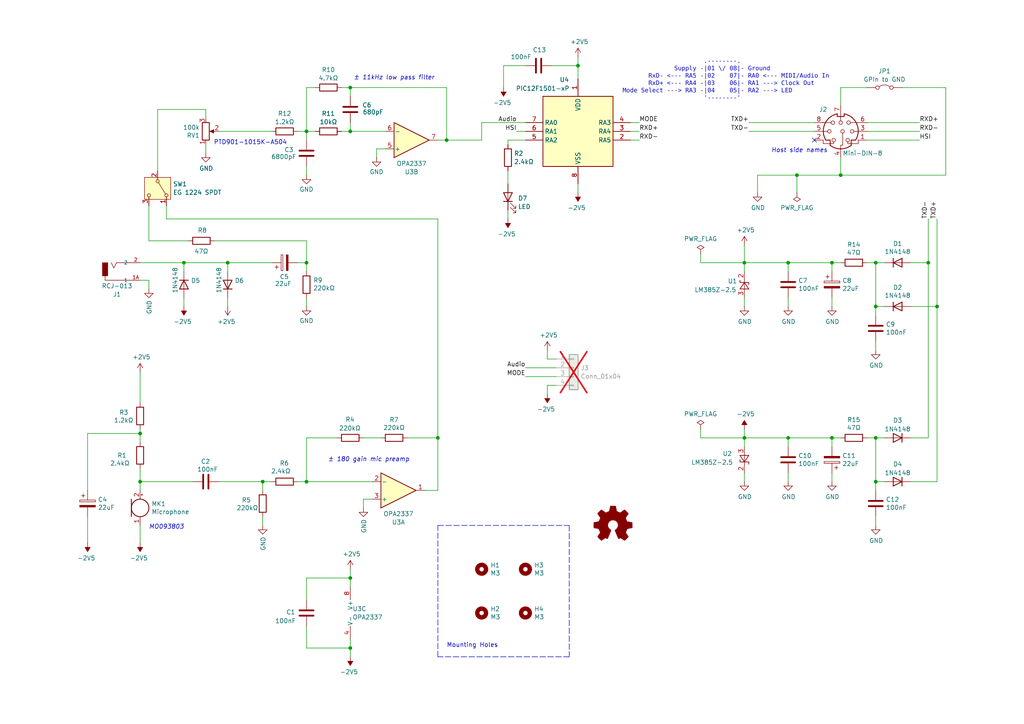
<source format=kicad_sch>
(kicad_sch (version 20231120) (generator "eeschema") (generator_version "8.0")
  (paper "A4")
  (title_block (title "TashRecorder") (date "2024-10-06") (rev "2.1") (company "Lostwave") (comment 1 "https://68kmla.org/bb/index.php?threads/tashrecorder-a-farallon-macrecorder-compatible-clone.47645/#post-534733") (comment 2 "https://github.com/lampmerchant/tashrecorder") (comment 3 "https://tinkerdifferent.com/threads/tashrecorder-a-farallon-macrecorder-compatible-clone.3632/"))
  (lib_symbols
    (symbol "Amplifier_Operational:OPA2134" (pin_names (offset 0.127))
      (property "Reference" "U" (at 0 5.08 0))
      (property "Value" "OPA2134" (at 0 -5.08 0))
      (symbol "OPA2134_1_1"
        (pin output line (at 7.62 0 180) (length 2.54) (name "~") (number "1"))
        (pin input line (at -7.62 -2.54 0) (length 2.54) (name "-") (number "2"))
        (pin input line (at -7.62 2.54 0) (length 2.54) (name "+") (number "3"))
      )
      (symbol "OPA2134_2_1"
        (pin input line (at -7.62 2.54 0) (length 2.54) (name "+") (number "5"))
        (pin input line (at -7.62 -2.54 0) (length 2.54) (name "-") (number "6"))
        (pin output line (at 7.62 0 180) (length 2.54) (name "~") (number "7"))
      )
      (symbol "OPA2134_3_1"
        (pin power_in line (at -2.54 -7.62 90) (length 3.81) (name "V-") (number "4"))
        (pin power_in line (at -2.54 7.62 270) (length 3.81) (name "V+") (number "8"))
      )
    )
    (symbol "CUI_RCJ-013:RCJ-013" (pin_names (offset 1.016))
      (property "Reference" "J" (at -2.54 3.81 0))
      (property "Value" "RCJ-013" (at -2.54 -6.35 0))
      (symbol "RCJ-013_0_0"
        (pin passive line (at 7.62 2.54 180) (length 2.54) (name "1") (number "1A"))
        (pin passive line (at 7.62 -2.54 180) (length 2.54) (name "2") (number "2"))
      )
    )
    (symbol "Connector:Mini-DIN-8" (pin_names (offset 1.016))
      (property "Reference" "J" (at 5.08 5.08 0))
      (property "Value" "Mini-DIN-8" (at 10.668 -5.08 0))
      (symbol "Mini-DIN-8_1_1"
        (pin passive line (at 7.62 -2.54 180) (length 2.54) (name "~") (number "1"))
        (pin passive line (at -7.62 -2.54 0) (length 2.54) (name "~") (number "2"))
        (pin passive line (at 7.62 0 180) (length 2.54) (name "~") (number "3"))
        (pin passive line (at 0 -7.62 90) (length 2.54) (name "~") (number "4"))
        (pin passive line (at -7.62 0 0) (length 2.54) (name "~") (number "5"))
        (pin passive line (at 7.62 2.54 180) (length 2.54) (name "~") (number "6"))
        (pin passive line (at 0 7.62 270) (length 2.54) (name "~") (number "7"))
        (pin passive line (at -7.62 2.54 0) (length 2.54) (name "~") (number "8"))
      )
    )
    (symbol "Connector_Generic:Conn_01x04" (pin_names (offset 1.016) hide)
      (property "Reference" "J" (at 0 5.08 0))
      (property "Value" "Conn_01x04" (at 0 -7.62 0))
      (symbol "Conn_01x04_1_1"
        (pin passive line (at -5.08 2.54 0) (length 3.81) (name "Pin_1") (number "1"))
        (pin passive line (at -5.08 0 0) (length 3.81) (name "Pin_2") (number "2"))
        (pin passive line (at -5.08 -2.54 0) (length 3.81) (name "Pin_3") (number "3"))
        (pin passive line (at -5.08 -5.08 0) (length 3.81) (name "Pin_4") (number "4"))
      )
    )
    (symbol "Device:C" (pin_numbers hide) (pin_names (offset 0.254))
      (property "Reference" "C" (at 0.635 2.54 0))
      (property "Value" "C" (at 0.635 -2.54 0))
      (symbol "C_1_1"
        (pin passive line (at 0 3.81 270) (length 2.794) (name "~") (number "1"))
        (pin passive line (at 0 -3.81 90) (length 2.794) (name "~") (number "2"))
      )
    )
    (symbol "Device:LED" (pin_numbers hide) (pin_names (offset 1.016) hide)
      (property "Reference" "D" (at 0 2.54 0))
      (property "Value" "LED" (at 0 -2.54 0))
      (symbol "LED_1_1"
        (pin passive line (at -3.81 0 0) (length 2.54) (name "K") (number "1"))
        (pin passive line (at 3.81 0 180) (length 2.54) (name "A") (number "2"))
      )
    )
    (symbol "Device:Microphone" (pin_names (offset 0.0254) hide)
      (property "Reference" "MK" (at -3.81 1.27 0))
      (property "Value" "Microphone" (at -3.81 -0.635 0))
      (symbol "Microphone_1_1"
        (pin passive line (at 0 -5.08 90) (length 2.54) (name "-") (number "1"))
        (pin passive line (at 0 5.08 270) (length 2.54) (name "+") (number "2"))
      )
    )
    (symbol "Device:R" (pin_numbers hide) (pin_names (offset 0))
      (property "Reference" "R" (at 2.032 0 90))
      (property "Value" "R" (at 0 0 90))
      (symbol "R_1_1"
        (pin passive line (at 0 3.81 270) (length 1.27) (name "~") (number "1"))
        (pin passive line (at 0 -3.81 90) (length 1.27) (name "~") (number "2"))
      )
    )
    (symbol "Diode:1N4148WS" (pin_numbers hide) (pin_names hide)
      (property "Reference" "D" (at 0 2.54 0))
      (property "Value" "1N4148WS" (at 0 -2.54 0))
      (symbol "1N4148WS_1_1"
        (pin passive line (at -3.81 0 0) (length 2.54) (name "K") (number "1"))
        (pin passive line (at 3.81 0 180) (length 2.54) (name "A") (number "2"))
      )
    )
    (symbol "Graphic:Logo_Open_Hardware_Small" (in_bom no) (on_board no))
    (symbol "Jumper:Jumper_2_Bridged" (pin_numbers hide) (pin_names (offset 0) hide) (exclude_from_sim yes)
      (property "Reference" "JP" (at 0 1.905 0))
      (property "Value" "Jumper_2_Bridged" (at 0 -2.54 0))
      (symbol "Jumper_2_Bridged_1_1"
        (pin passive line (at -5.08 0 0) (length 2.54) (name "A") (number "1"))
        (pin passive line (at 5.08 0 180) (length 2.54) (name "B") (number "2"))
      )
    )
    (symbol "MCU_Microchip_PIC12:PIC12F1501-xP"
      (property "Reference" "U" (at 1.27 13.97 0))
      (property "Value" "PIC12F1501-xP" (at 1.27 11.43 0))
      (symbol "PIC12F1501-xP_1_1"
        (pin power_in line (at 0 15.24 270) (length 5.08) (name "VDD") (number "1"))
        (pin bidirectional line (at 15.24 -2.54 180) (length 5.08) (name "RA5") (number "2"))
        (pin bidirectional line (at 15.24 0 180) (length 5.08) (name "RA4") (number "3"))
        (pin input line (at 15.24 2.54 180) (length 5.08) (name "RA3") (number "4"))
        (pin bidirectional line (at -15.24 -2.54 0) (length 5.08) (name "RA2") (number "5"))
        (pin bidirectional line (at -15.24 0 0) (length 5.08) (name "RA1") (number "6"))
        (pin bidirectional line (at -15.24 2.54 0) (length 5.08) (name "RA0") (number "7"))
        (pin power_in line (at 0 -15.24 90) (length 5.08) (name "VSS") (number "8"))
      )
    )
    (symbol "MacRecorder-rescue:+2V5-power" (power) (pin_names (offset 0))
      (property "Value" "power_+2V5" (at 0 3.556 0))
      (symbol "+2V5-power_1_1"
        (pin power_in line (at 0 0 90) (length 0) hide (name "+2V5") (number "1"))
      )
    )
    (symbol "MacRecorder-rescue:-2V5-power" (power) (pin_names (offset 0))
      (property "Value" "power_-2V5" (at 0 3.81 0))
      (symbol "-2V5-power_0_0"
        (pin power_in line (at 0 0 90) (length 0) hide (name "-2V5") (number "1"))
      )
    )
    (symbol "MacRecorder-rescue:CP-Device" (pin_numbers hide) (pin_names (offset 0.254))
      (property "Reference" "C" (at 0.635 2.54 0))
      (property "Value" "Device_CP" (at 0.635 -2.54 0))
      (symbol "CP-Device_1_1"
        (pin passive line (at 0 3.81 270) (length 2.794) (name "~") (number "1"))
        (pin passive line (at 0 -3.81 90) (length 2.794) (name "~") (number "2"))
      )
    )
    (symbol "MacRecorder-rescue:GND-power" (power) (pin_names (offset 0))
      (property "Value" "power_GND" (at 0 -3.81 0))
      (symbol "GND-power_1_1"
        (pin power_in line (at 0 0 270) (length 0) hide (name "GND") (number "1"))
      )
    )
    (symbol "MacRecorder-rescue:PWR_FLAG-power" (power) (pin_numbers hide) (pin_names (offset 0) hide)
      (property "Value" "power_PWR_FLAG" (at 0 3.81 0))
      (symbol "PWR_FLAG-power_0_0"
        (pin power_out line (at 0 0 90) (length 0) (name "pwr") (number "1"))
      )
    )
    (symbol "MacRecorder-rescue:R_POT-Device" (pin_names (offset 1.016) hide)
      (property "Reference" "RV" (at -4.445 0 90))
      (property "Value" "Device_R_POT" (at -2.54 0 90))
      (symbol "R_POT-Device_1_1"
        (pin passive line (at 0 3.81 270) (length 1.27) (name "1") (number "1"))
        (pin passive line (at 3.81 0 180) (length 1.27) (name "2") (number "2"))
        (pin passive line (at 0 -3.81 90) (length 1.27) (name "3") (number "3"))
      )
    )
    (symbol "Mechanical:MountingHole" (pin_names (offset 1.016)) (exclude_from_sim yes) (in_bom no)
      (property "Reference" "H" (at 0 5.08 0))
      (property "Value" "MountingHole" (at 0 3.175 0))
    )
    (symbol "Reference_Voltage:LM385Z-2.5" (pin_names (offset 0.0254) hide)
      (property "Reference" "U" (at 0 2.54 0))
      (property "Value" "LM385Z-2.5" (at 0 -3.175 0))
      (symbol "LM385Z-2.5_1_1"
        (pin passive line (at 3.81 0 180) (length 2.54) (name "K") (number "2"))
        (pin passive line (at -3.81 0 0) (length 2.54) (name "A") (number "3"))
      )
    )
    (symbol "Switch:SW_SPDT" (pin_names (offset 0) hide)
      (property "Reference" "SW" (at 0 5.08 0))
      (property "Value" "SW_SPDT" (at 0 -5.08 0))
      (symbol "SW_SPDT_1_1"
        (pin passive line (at 5.08 2.54 180) (length 2.54) (name "A") (number "1"))
        (pin passive line (at -5.08 0 0) (length 2.54) (name "B") (number "2"))
        (pin passive line (at 5.08 -2.54 180) (length 2.54) (name "C") (number "3"))
      )
    )
    (symbol "power:GND" (power) (pin_numbers hide) (pin_names (offset 0) hide)
      (property "Value" "GND" (at 0 -3.81 0))
      (symbol "GND_1_1"
        (pin power_in line (at 0 0 270) (length 0) (name "~") (number "1"))
      )
    )
  )
  (junction (at 167.64 19.05))
  (junction (at 53.34 76.2))
  (junction (at 66.04 76.2))
  (junction (at 271.78 88.9))
  (junction (at 228.6 127))
  (junction (at 231.14 50.8))
  (junction (at 254 139.7))
  (junction (at 127 127))
  (junction (at 40.64 139.7))
  (junction (at 101.6 187.96))
  (junction (at 241.3 127))
  (junction (at 88.9 139.7))
  (junction (at 241.3 76.2))
  (junction (at 254 127))
  (junction (at 40.64 125.73))
  (junction (at 101.6 25.4))
  (junction (at 88.9 76.2))
  (junction (at 101.6 167.64))
  (junction (at 243.84 50.8))
  (junction (at 215.9 127))
  (junction (at 101.6 38.1))
  (junction (at 76.2 139.7))
  (junction (at 254 76.2))
  (junction (at 269.24 76.2))
  (junction (at 215.9 76.2))
  (junction (at 88.9 38.1))
  (junction (at 254 88.9))
  (junction (at 228.6 76.2))
  (junction (at 129.54 40.64))
  (no_connect (at 236.22 40.64))
  (wire (pts (xy 228.6 76.2) (xy 215.9 76.2)))
  (wire (pts (xy 228.6 78.74) (xy 228.6 76.2)))
  (wire (pts (xy 251.46 35.56) (xy 266.7 35.56)))
  (wire (pts (xy 53.34 88.9) (xy 53.34 86.36)))
  (wire (pts (xy 147.32 60.96) (xy 147.32 63.5)))
  (wire (pts (xy 152.4 109.22) (xy 161.29 109.22)))
  (wire (pts (xy 228.6 127) (xy 241.3 127)))
  (wire (pts (xy 88.9 173.99) (xy 88.9 167.64)))
  (wire (pts (xy 152.4 106.68) (xy 161.29 106.68)))
  (wire (pts (xy 127 127) (xy 118.11 127)))
  (wire (pts (xy 182.88 40.64) (xy 185.42 40.64)))
  (wire (pts (xy 40.64 76.2) (xy 53.34 76.2)))
  (wire (pts (xy 63.5 139.7) (xy 76.2 139.7)))
  (wire (pts (xy 167.64 53.34) (xy 167.64 55.88)))
  (wire (pts (xy 40.64 152.4) (xy 40.64 157.48)))
  (wire (pts (xy 167.64 16.51) (xy 167.64 19.05)))
  (wire (pts (xy 109.22 43.18) (xy 111.76 43.18)))
  (wire (pts (xy 254 127) (xy 256.54 127)))
  (wire (pts (xy 129.54 40.64) (xy 129.54 25.4)))
  (wire (pts (xy 160.02 19.05) (xy 167.64 19.05)))
  (wire (pts (xy 147.32 40.64) (xy 152.4 40.64)))
  (wire (pts (xy 241.3 78.74) (xy 241.3 76.2)))
  (wire (pts (xy 105.41 147.32) (xy 105.41 144.78)))
  (polyline (pts (xy 165.1 190.5) (xy 127 190.5)) (stroke (width 0) (type dash)))
  (wire (pts (xy 76.2 139.7) (xy 76.2 142.24)))
  (wire (pts (xy 158.75 111.76) (xy 161.29 111.76)))
  (wire (pts (xy 129.54 25.4) (xy 101.6 25.4)))
  (wire (pts (xy 243.84 25.4) (xy 251.46 25.4)))
  (wire (pts (xy 127 142.24) (xy 127 127)))
  (wire (pts (xy 48.26 63.5) (xy 127 63.5)))
  (wire (pts (xy 88.9 38.1) (xy 88.9 40.64)))
  (wire (pts (xy 88.9 139.7) (xy 88.9 127)))
  (wire (pts (xy 129.54 40.64) (xy 139.7 40.64)))
  (wire (pts (xy 182.88 35.56) (xy 185.42 35.56)))
  (wire (pts (xy 101.6 167.64) (xy 101.6 165.1)))
  (wire (pts (xy 109.22 45.72) (xy 109.22 43.18)))
  (wire (pts (xy 215.9 127) (xy 203.2 127)))
  (wire (pts (xy 167.64 19.05) (xy 167.64 22.86)))
  (wire (pts (xy 45.72 49.53) (xy 45.72 31.75)))
  (wire (pts (xy 219.71 50.8) (xy 231.14 50.8)))
  (wire (pts (xy 88.9 139.7) (xy 107.95 139.7)))
  (wire (pts (xy 139.7 40.64) (xy 139.7 35.56)))
  (wire (pts (xy 123.19 142.24) (xy 127 142.24)))
  (wire (pts (xy 88.9 86.36) (xy 88.9 88.9)))
  (wire (pts (xy 99.06 38.1) (xy 101.6 38.1)))
  (wire (pts (xy 217.17 38.1) (xy 236.22 38.1)))
  (wire (pts (xy 251.46 76.2) (xy 254 76.2)))
  (wire (pts (xy 105.41 144.78) (xy 107.95 144.78)))
  (wire (pts (xy 101.6 25.4) (xy 99.06 25.4)))
  (wire (pts (xy 101.6 167.64) (xy 101.6 170.18)))
  (wire (pts (xy 147.32 49.53) (xy 147.32 53.34)))
  (wire (pts (xy 228.6 139.7) (xy 228.6 137.16)))
  (wire (pts (xy 215.9 76.2) (xy 203.2 76.2)))
  (wire (pts (xy 86.36 38.1) (xy 88.9 38.1)))
  (wire (pts (xy 76.2 139.7) (xy 78.74 139.7)))
  (wire (pts (xy 241.3 76.2) (xy 243.84 76.2)))
  (wire (pts (xy 63.5 38.1) (xy 78.74 38.1)))
  (wire (pts (xy 215.9 71.12) (xy 215.9 76.2)))
  (wire (pts (xy 254 88.9) (xy 254 76.2)))
  (wire (pts (xy 161.29 104.14) (xy 158.75 104.14)))
  (wire (pts (xy 66.04 76.2) (xy 78.74 76.2)))
  (wire (pts (xy 91.44 25.4) (xy 88.9 25.4)))
  (wire (pts (xy 88.9 76.2) (xy 88.9 69.85)))
  (wire (pts (xy 228.6 129.54) (xy 228.6 127)))
  (wire (pts (xy 66.04 76.2) (xy 66.04 78.74)))
  (wire (pts (xy 251.46 38.1) (xy 266.7 38.1)))
  (wire (pts (xy 25.4 125.73) (xy 40.64 125.73)))
  (wire (pts (xy 264.16 76.2) (xy 269.24 76.2)))
  (wire (pts (xy 228.6 88.9) (xy 228.6 86.36)))
  (wire (pts (xy 269.24 76.2) (xy 269.24 63.5)))
  (wire (pts (xy 40.64 139.7) (xy 40.64 142.24)))
  (wire (pts (xy 158.75 104.14) (xy 158.75 101.6)))
  (wire (pts (xy 88.9 139.7) (xy 86.36 139.7)))
  (wire (pts (xy 215.9 78.74) (xy 215.9 76.2)))
  (wire (pts (xy 101.6 187.96) (xy 101.6 190.5)))
  (wire (pts (xy 88.9 25.4) (xy 88.9 38.1)))
  (wire (pts (xy 149.86 38.1) (xy 152.4 38.1)))
  (wire (pts (xy 88.9 187.96) (xy 101.6 187.96)))
  (wire (pts (xy 88.9 167.64) (xy 101.6 167.64)))
  (wire (pts (xy 231.14 50.8) (xy 231.14 55.88)))
  (wire (pts (xy 241.3 139.7) (xy 241.3 137.16)))
  (wire (pts (xy 54.61 69.85) (xy 43.18 69.85)))
  (wire (pts (xy 274.32 25.4) (xy 274.32 50.8)))
  (wire (pts (xy 243.84 30.48) (xy 243.84 25.4)))
  (wire (pts (xy 88.9 127) (xy 97.79 127)))
  (wire (pts (xy 182.88 38.1) (xy 185.42 38.1)))
  (wire (pts (xy 261.62 25.4) (xy 274.32 25.4)))
  (wire (pts (xy 40.64 107.95) (xy 40.64 116.84)))
  (wire (pts (xy 217.17 35.56) (xy 236.22 35.56)))
  (wire (pts (xy 215.9 139.7) (xy 215.9 137.16)))
  (wire (pts (xy 251.46 40.64) (xy 266.7 40.64)))
  (wire (pts (xy 127 63.5) (xy 127 127)))
  (wire (pts (xy 88.9 38.1) (xy 91.44 38.1)))
  (wire (pts (xy 48.26 59.69) (xy 48.26 63.5)))
  (wire (pts (xy 271.78 63.5) (xy 271.78 88.9)))
  (wire (pts (xy 254 101.6) (xy 254 99.06)))
  (wire (pts (xy 215.9 129.54) (xy 215.9 127)))
  (wire (pts (xy 25.4 149.86) (xy 25.4 157.48)))
  (wire (pts (xy 86.36 76.2) (xy 88.9 76.2)))
  (wire (pts (xy 43.18 83.82) (xy 43.18 81.28)))
  (wire (pts (xy 53.34 76.2) (xy 53.34 78.74)))
  (wire (pts (xy 203.2 73.66) (xy 203.2 76.2)))
  (polyline (pts (xy 127 152.4) (xy 165.1 152.4)) (stroke (width 0) (type dash)))
  (wire (pts (xy 256.54 139.7) (xy 254 139.7)))
  (wire (pts (xy 243.84 50.8) (xy 274.32 50.8)))
  (wire (pts (xy 254 91.44) (xy 254 88.9)))
  (wire (pts (xy 254 152.4) (xy 254 149.86)))
  (wire (pts (xy 101.6 25.4) (xy 101.6 27.94)))
  (wire (pts (xy 88.9 78.74) (xy 88.9 76.2)))
  (wire (pts (xy 45.72 31.75) (xy 59.69 31.75)))
  (wire (pts (xy 101.6 185.42) (xy 101.6 187.96)))
  (wire (pts (xy 101.6 35.56) (xy 101.6 38.1)))
  (wire (pts (xy 62.23 69.85) (xy 88.9 69.85)))
  (wire (pts (xy 215.9 127) (xy 215.9 124.46)))
  (wire (pts (xy 88.9 48.26) (xy 88.9 50.8)))
  (wire (pts (xy 59.69 44.45) (xy 59.69 41.91)))
  (wire (pts (xy 40.64 125.73) (xy 40.64 124.46)))
  (wire (pts (xy 228.6 127) (xy 215.9 127)))
  (wire (pts (xy 254 76.2) (xy 256.54 76.2)))
  (wire (pts (xy 269.24 127) (xy 269.24 76.2)))
  (wire (pts (xy 101.6 38.1) (xy 111.76 38.1)))
  (wire (pts (xy 40.64 125.73) (xy 40.64 128.27)))
  (wire (pts (xy 271.78 88.9) (xy 271.78 139.7)))
  (wire (pts (xy 251.46 127) (xy 254 127)))
  (wire (pts (xy 241.3 88.9) (xy 241.3 86.36)))
  (wire (pts (xy 203.2 127) (xy 203.2 124.46)))
  (wire (pts (xy 59.69 34.29) (xy 59.69 31.75)))
  (wire (pts (xy 76.2 149.86) (xy 76.2 152.4)))
  (wire (pts (xy 256.54 88.9) (xy 254 88.9)))
  (wire (pts (xy 215.9 88.9) (xy 215.9 86.36)))
  (wire (pts (xy 254 139.7) (xy 254 127)))
  (wire (pts (xy 146.05 25.4) (xy 146.05 19.05)))
  (wire (pts (xy 254 142.24) (xy 254 139.7)))
  (wire (pts (xy 43.18 59.69) (xy 43.18 69.85)))
  (wire (pts (xy 88.9 181.61) (xy 88.9 187.96)))
  (wire (pts (xy 105.41 127) (xy 110.49 127)))
  (wire (pts (xy 241.3 127) (xy 243.84 127)))
  (wire (pts (xy 147.32 41.91) (xy 147.32 40.64)))
  (wire (pts (xy 25.4 142.24) (xy 25.4 125.73)))
  (polyline (pts (xy 165.1 152.4) (xy 165.1 190.5)) (stroke (width 0) (type dash)))
  (wire (pts (xy 264.16 127) (xy 269.24 127)))
  (wire (pts (xy 231.14 50.8) (xy 243.84 50.8)))
  (wire (pts (xy 53.34 76.2) (xy 66.04 76.2)))
  (wire (pts (xy 243.84 45.72) (xy 243.84 50.8)))
  (wire (pts (xy 43.18 81.28) (xy 40.64 81.28)))
  (wire (pts (xy 66.04 88.9) (xy 66.04 86.36)))
  (wire (pts (xy 219.71 50.8) (xy 219.71 55.88)))
  (wire (pts (xy 271.78 139.7) (xy 264.16 139.7)))
  (wire (pts (xy 158.75 114.3) (xy 158.75 111.76)))
  (wire (pts (xy 228.6 76.2) (xy 241.3 76.2)))
  (wire (pts (xy 146.05 19.05) (xy 152.4 19.05)))
  (wire (pts (xy 241.3 129.54) (xy 241.3 127)))
  (wire (pts (xy 264.16 88.9) (xy 271.78 88.9)))
  (polyline (pts (xy 127 190.5) (xy 127 152.4)) (stroke (width 0) (type dash)))
  (wire (pts (xy 127 40.64) (xy 129.54 40.64)))
  (wire (pts (xy 40.64 139.7) (xy 55.88 139.7)))
  (wire (pts (xy 40.64 135.89) (xy 40.64 139.7)))
  (wire (pts (xy 139.7 35.56) (xy 152.4 35.56)))
  (text "                      .--------.\n              Supply -|01 \\/ 08|- Ground\n       RxD- <--- RA5 -|02    07|- RA0 <--- MIDI/Audio In\n       RxD+ <--- RA4 -|03    06|- RA1 ---> Clock Out\nMode Select ---> RA3 -|04    05|- RA2 ---> LED\n                      '--------'" (at 180.594 23.622 0) (effects (font (size 1.27 1.27)) (justify left)))
  (text "± 11kHz low pass filter" (at 114.3 22.606 0) (effects (font (size 1.27 1.27) (italic yes))))
  (text "PTD901-1015K-A504" (at 72.644 41.402 0) (effects (font (size 1.27 1.27))))
  (text "± 180 gain mic preamp" (at 106.934 133.35 0) (effects (font (size 1.27 1.27) (italic yes))))
  (text "MO093803" (at 43.18 153.67 0) (effects (font (size 1.27 1.27) (italic yes)) (justify left bottom)))
  (text "Mounting Holes" (at 129.54 187.96 0) (effects (font (size 1.27 1.27)) (justify left bottom)))
  (text "Host side names" (at 240.03 44.45 0) (effects (font (size 1.27 1.27) (italic yes)) (justify right bottom)))
  (label "Audio" (at 152.4 106.68 180))
  (label "RXD+" (at 266.7 35.56 0))
  (label "RXD-" (at 266.7 38.1 0))
  (label "Audio" (at 149.86 35.56 180))
  (label "TXD-" (at 217.17 38.1 180))
  (label "TXD-" (at 269.24 63.5 90))
  (label "MODE" (at 152.4 109.22 180))
  (label "HSI" (at 149.86 38.1 180))
  (label "TXD+" (at 271.78 63.5 90))
  (label "MODE" (at 185.42 35.56 0))
  (label "HSI" (at 266.7 40.64 0))
  (label "TXD+" (at 217.17 35.56 180))
  (label "RXD-" (at 185.42 40.64 0))
  (label "RXD+" (at 185.42 38.1 0))
  (symbol (lib_id "Connector:Mini-DIN-8") (at 243.84 38.1 0) (unit 1)
    (property "Reference" "J2" (at 238.76 31.75 0))
    (property "Value" "Mini-DIN-8" (at 250.19 44.45 0))
    (property "Footprint" "Mini-DIN-8:57492681" (effects (hide yes)))
    (property "Datasheet" "http://service.powerdynamics.com/ec/Catalog17/Section%2011.pdf" (effects (hide yes)))
  )
  (symbol (lib_id "MacRecorder-rescue:GND-power") (at 219.71 55.88 0) (unit 1)
    (property "Reference" "#PWR0101" (effects (hide yes)))
    (property "Value" "GND" (at 219.837 60.2742 0))
  )
  (symbol (lib_id "Diode:1N4148WS") (at 260.35 76.2 0) (unit 1)
    (property "Reference" "D1" (at 260.35 70.6882 0))
    (property "Value" "1N4148" (at 260.35 72.9996 0))
    (property "Footprint" "Diode_THT:D_DO-35_SOD27_P7.62mm_Horizontal" (effects (hide yes)))
    (property "Datasheet" "https://www.vishay.com/docs/85751/1n4148ws.pdf" (effects (hide yes)))
  )
  (symbol (lib_id "Diode:1N4148WS") (at 260.35 88.9 0) (unit 1)
    (property "Reference" "D2" (at 260.35 83.3882 0))
    (property "Value" "1N4148" (at 260.35 85.6996 0))
    (property "Footprint" "Diode_THT:D_DO-35_SOD27_P7.62mm_Horizontal" (effects (hide yes)))
    (property "Datasheet" "https://www.vishay.com/docs/85751/1n4148ws.pdf" (effects (hide yes)))
  )
  (symbol (lib_id "Diode:1N4148WS") (at 260.35 127 180) (unit 1)
    (property "Reference" "D3" (at 260.35 121.92 0))
    (property "Value" "1N4148" (at 260.35 124.46 0))
    (property "Footprint" "Diode_THT:D_DO-35_SOD27_P7.62mm_Horizontal" (effects (hide yes)))
    (property "Datasheet" "https://www.vishay.com/docs/85751/1n4148ws.pdf" (effects (hide yes)))
  )
  (symbol (lib_id "Diode:1N4148WS") (at 260.35 139.7 180) (unit 1)
    (property "Reference" "D4" (at 260.35 134.62 0))
    (property "Value" "1N4148" (at 260.35 137.16 0))
    (property "Footprint" "Diode_THT:D_DO-35_SOD27_P7.62mm_Horizontal" (effects (hide yes)))
    (property "Datasheet" "https://www.vishay.com/docs/85751/1n4148ws.pdf" (effects (hide yes)))
  )
  (symbol (lib_id "Device:C") (at 254 146.05 0) (unit 1)
    (property "Reference" "C12" (at 256.921 144.8816 0) (effects (justify left)))
    (property "Value" "100nF" (at 256.921 147.193 0) (effects (justify left)))
    (property "Footprint" "Capacitor_THT:C_Disc_D4.3mm_W1.9mm_P5.00mm" (effects (hide yes)))
  )
  (symbol (lib_id "MacRecorder-rescue:GND-power") (at 254 152.4 0) (unit 1)
    (property "Reference" "#PWR0102" (effects (hide yes)))
    (property "Value" "GND" (at 254.127 156.7942 0))
  )
  (symbol (lib_id "MacRecorder-rescue:CP-Device") (at 241.3 133.35 180) (unit 1)
    (property "Reference" "C11" (at 244.2972 132.1816 0) (effects (justify right)))
    (property "Value" "22uF" (at 244.2972 134.493 0) (effects (justify right)))
    (property "Footprint" "Capacitor_THT:CP_Radial_D5.0mm_P2.50mm" (effects (hide yes)))
  )
  (symbol (lib_id "MacRecorder-rescue:GND-power") (at 241.3 139.7 0) (unit 1)
    (property "Reference" "#PWR0103" (effects (hide yes)))
    (property "Value" "GND" (at 241.427 144.0942 0))
  )
  (symbol (lib_id "Device:R") (at 247.65 127 270) (unit 1)
    (property "Reference" "R15" (at 247.65 121.7422 90))
    (property "Value" "47Ω" (at 247.65 124.0536 90))
    (property "Footprint" "Resistor_THT:R_Axial_DIN0207_L6.3mm_D2.5mm_P2.54mm_Vertical" (effects (hide yes)))
  )
  (symbol (lib_id "Device:C") (at 228.6 133.35 0) (unit 1)
    (property "Reference" "C10" (at 231.521 132.1816 0) (effects (justify left)))
    (property "Value" "100nF" (at 231.521 134.493 0) (effects (justify left)))
    (property "Footprint" "Capacitor_THT:C_Disc_D4.3mm_W1.9mm_P5.00mm" (effects (hide yes)))
  )
  (symbol (lib_id "MacRecorder-rescue:-2V5-power") (at 215.9 124.46 0) (unit 1)
    (property "Reference" "#PWR0106" (effects (hide yes)))
    (property "Value" "-2V5" (at 216.281 120.0658 0))
  )
  (symbol (lib_id "MacRecorder-rescue:GND-power") (at 228.6 139.7 0) (unit 1)
    (property "Reference" "#PWR0107" (effects (hide yes)))
    (property "Value" "GND" (at 228.727 144.0942 0))
  )
  (symbol (lib_id "MacRecorder-rescue:GND-power") (at 215.9 139.7 0) (unit 1)
    (property "Reference" "#PWR0108" (effects (hide yes)))
    (property "Value" "GND" (at 216.027 144.0942 0))
  )
  (symbol (lib_id "Device:C") (at 254 95.25 0) (unit 1)
    (property "Reference" "C9" (at 256.921 94.0816 0) (effects (justify left)))
    (property "Value" "100nF" (at 256.921 96.393 0) (effects (justify left)))
    (property "Footprint" "Capacitor_THT:C_Disc_D4.3mm_W1.9mm_P5.00mm" (effects (hide yes)))
  )
  (symbol (lib_id "MacRecorder-rescue:GND-power") (at 254 101.6 0) (unit 1)
    (property "Reference" "#PWR0109" (effects (hide yes)))
    (property "Value" "GND" (at 254.127 105.9942 0))
  )
  (symbol (lib_id "MacRecorder-rescue:CP-Device") (at 241.3 82.55 0) (unit 1)
    (property "Reference" "C8" (at 244.2972 81.3816 0) (effects (justify left)))
    (property "Value" "22uF" (at 244.2972 83.693 0) (effects (justify left)))
    (property "Footprint" "Capacitor_THT:CP_Radial_D5.0mm_P2.50mm" (effects (hide yes)))
  )
  (symbol (lib_id "MacRecorder-rescue:GND-power") (at 241.3 88.9 0) (unit 1)
    (property "Reference" "#PWR0110" (effects (hide yes)))
    (property "Value" "GND" (at 241.427 93.2942 0))
  )
  (symbol (lib_id "Device:R") (at 247.65 76.2 270) (unit 1)
    (property "Reference" "R14" (at 247.65 70.9422 90))
    (property "Value" "47Ω" (at 247.65 73.2536 90))
    (property "Footprint" "Resistor_THT:R_Axial_DIN0207_L6.3mm_D2.5mm_P2.54mm_Vertical" (effects (hide yes)))
  )
  (symbol (lib_id "Device:C") (at 228.6 82.55 0) (unit 1)
    (property "Reference" "C7" (at 231.521 81.3816 0) (effects (justify left)))
    (property "Value" "100nF" (at 231.521 83.693 0) (effects (justify left)))
    (property "Footprint" "Capacitor_THT:C_Disc_D4.3mm_W1.9mm_P5.00mm" (effects (hide yes)))
  )
  (symbol (lib_id "MacRecorder-rescue:GND-power") (at 228.6 88.9 0) (unit 1)
    (property "Reference" "#PWR0112" (effects (hide yes)))
    (property "Value" "GND" (at 228.727 93.2942 0))
  )
  (symbol (lib_id "MacRecorder-rescue:GND-power") (at 215.9 88.9 0) (unit 1)
    (property "Reference" "#PWR0113" (effects (hide yes)))
    (property "Value" "GND" (at 216.027 93.2942 0))
  )
  (symbol (lib_id "MacRecorder-rescue:PWR_FLAG-power") (at 203.2 73.66 0) (unit 1)
    (property "Reference" "#FLG0101" (effects (hide yes)))
    (property "Value" "PWR_FLAG" (at 203.2 69.2658 0))
  )
  (symbol (lib_id "MacRecorder-rescue:PWR_FLAG-power") (at 203.2 124.46 0) (unit 1)
    (property "Reference" "#FLG0102" (effects (hide yes)))
    (property "Value" "PWR_FLAG" (at 203.2 120.0658 0))
  )
  (symbol (lib_id "MacRecorder-rescue:+2V5-power") (at 215.9 71.12 0) (unit 1)
    (property "Reference" "#PWR0111" (effects (hide yes)))
    (property "Value" "+2V5" (at 216.281 66.7258 0))
  )
  (symbol (lib_id "MacRecorder-rescue:PWR_FLAG-power") (at 231.14 55.88 180) (unit 1)
    (property "Reference" "#FLG0105" (effects (hide yes)))
    (property "Value" "PWR_FLAG" (at 231.14 60.2742 0))
  )
  (symbol (lib_id "Mechanical:MountingHole") (at 152.4 165.1 0) (unit 1) (in_bom no)
    (property "Reference" "H3" (at 154.94 163.9316 0) (effects (justify left)))
    (property "Value" "M3" (at 154.94 166.243 0) (effects (justify left)))
    (property "Footprint" "MountingHole:MountingHole_3.2mm_M3_Pad" (effects (hide yes)))
  )
  (symbol (lib_id "Mechanical:MountingHole") (at 139.7 177.8 0) (unit 1) (in_bom no)
    (property "Reference" "H2" (at 142.24 176.6316 0) (effects (justify left)))
    (property "Value" "M3" (at 142.24 178.943 0) (effects (justify left)))
    (property "Footprint" "MountingHole:MountingHole_3.2mm_M3_Pad" (effects (hide yes)))
  )
  (symbol (lib_id "Mechanical:MountingHole") (at 152.4 177.8 0) (unit 1) (in_bom no)
    (property "Reference" "H4" (at 154.94 176.6316 0) (effects (justify left)))
    (property "Value" "M3" (at 154.94 178.943 0) (effects (justify left)))
    (property "Footprint" "MountingHole:MountingHole_3.2mm_M3_Pad" (effects (hide yes)))
  )
  (symbol (lib_id "Graphic:Logo_Open_Hardware_Small") (at 177.8 152.4 0) (unit 1)
    (property "Reference" "#LOGO1" (effects (hide yes)))
    (property "Value" "Logo_Open_Hardware_Small" (effects (hide yes)))
    (property "Footprint" "Symbol:OSHW-Logo2_7.3x6mm_SilkScreen" (effects (hide yes)))
  )
  (symbol (lib_id "MacRecorder-rescue:GND-power") (at 76.2 152.4 0) (unit 1)
    (property "Reference" "#PWR015" (effects (hide yes)))
    (property "Value" "GND" (at 76.327 155.6512 90) (effects (justify right)))
  )
  (symbol (lib_id "MacRecorder-rescue:+2V5-power") (at 158.75 101.6 0) (unit 1)
    (property "Reference" "#PWR019" (effects (hide yes)))
    (property "Value" "+2V5" (at 159.131 97.2058 0))
  )
  (symbol (lib_id "MacRecorder-rescue:GND-power") (at 43.18 83.82 0) (unit 1)
    (property "Reference" "#PWR02" (effects (hide yes)))
    (property "Value" "GND" (at 43.307 87.0712 90) (effects (justify right)))
  )
  (symbol (lib_id "MacRecorder-rescue:CP-Device") (at 82.55 76.2 90) (unit 1)
    (property "Reference" "C5" (at 83.82 80.264 90) (effects (justify left)))
    (property "Value" "22uF" (at 84.582 82.296 90) (effects (justify left)))
    (property "Footprint" "Capacitor_THT:CP_Radial_D5.0mm_P2.50mm" (effects (hide yes)))
  )
  (symbol (lib_id "Device:R") (at 40.64 120.65 0) (unit 1)
    (property "Reference" "R3" (at 34.544 119.634 0) (effects (justify left)))
    (property "Value" "1.2kΩ" (at 33.02 121.92 0) (effects (justify left)))
    (property "Footprint" "Resistor_THT:R_Axial_DIN0207_L6.3mm_D2.5mm_P7.62mm_Horizontal" (effects (hide yes)))
  )
  (symbol (lib_id "Device:C") (at 156.21 19.05 270) (unit 1)
    (property "Reference" "C13" (at 156.464 14.478 90))
    (property "Value" "100nF" (at 151.13 16.51 90))
    (property "Footprint" "Capacitor_THT:C_Disc_D4.3mm_W1.9mm_P5.00mm" (effects (hide yes)))
  )
  (symbol (lib_id "Device:R") (at 95.25 25.4 90) (unit 1)
    (property "Reference" "R10" (at 95.25 20.2395 90))
    (property "Value" "4.7kΩ" (at 95.25 22.6638 90))
    (property "Footprint" "Resistor_THT:R_Axial_DIN0207_L6.3mm_D2.5mm_P2.54mm_Vertical" (effects (hide yes)))
    (property "Description" "Resistor" (effects (hide yes)))
  )
  (symbol (lib_id "MacRecorder-rescue:-2V5-power") (at 101.6 190.5 180) (unit 1)
    (property "Reference" "#PWR08" (effects (hide yes)))
    (property "Value" "-2V5" (at 101.219 194.8942 0))
  )
  (symbol (lib_id "MacRecorder-rescue:+2V5-power") (at 167.64 16.51 0) (unit 1)
    (property "Reference" "#PWR05" (effects (hide yes)))
    (property "Value" "+2V5" (at 168.021 12.1158 0))
  )
  (symbol (lib_id "Mechanical:MountingHole") (at 139.7 165.1 0) (unit 1) (in_bom no)
    (property "Reference" "H1" (at 142.24 163.9316 0) (effects (justify left)))
    (property "Value" "M3" (at 142.24 166.243 0) (effects (justify left)))
    (property "Footprint" "MountingHole:MountingHole_3.2mm_M3_Pad" (effects (hide yes)))
  )
  (symbol (lib_id "MacRecorder-rescue:-2V5-power") (at 53.34 88.9 180) (unit 1)
    (property "Reference" "#PWR07" (effects (hide yes)))
    (property "Value" "-2V5" (at 52.959 93.2942 0))
  )
  (symbol (lib_id "Diode:1N4148WS") (at 66.04 82.55 90) (unit 1)
    (property "Reference" "D6" (at 68.072 81.3816 90) (effects (justify right)))
    (property "Value" "1N4148" (at 63.5 77.47 0) (effects (justify right)))
    (property "Footprint" "Diode_THT:D_DO-35_SOD27_P7.62mm_Horizontal" (effects (hide yes)))
    (property "Datasheet" "https://www.vishay.com/docs/85751/1n4148ws.pdf" (effects (hide yes)))
  )
  (symbol (lib_id "Reference_Voltage:LM385Z-2.5") (at 215.9 133.35 270) (unit 1)
    (property "Reference" "U2" (at 212.344 131.572 90) (effects (justify right)))
    (property "Value" "LM385Z-2.5" (at 212.598 134.112 90) (effects (justify right)))
    (property "Footprint" "Package_TO_SOT_THT:TO-92_HandSolder" (effects (hide yes)))
    (property "Datasheet" "http://www.onsemi.com/pub_link/Collateral/LM285-D.PDF" (effects (hide yes)))
    (property "Description" "2.5V Micropower Voltage Reference Diodes, TO-92" (effects (hide yes)))
  )
  (symbol (lib_id "MacRecorder-rescue:-2V5-power") (at 40.64 157.48 180) (unit 1)
    (property "Reference" "#PWR01" (effects (hide yes)))
    (property "Value" "-2V5" (at 40.259 161.8742 0))
  )
  (symbol (lib_id "Device:R") (at 82.55 38.1 90) (unit 1)
    (property "Reference" "R12" (at 82.55 32.9395 90))
    (property "Value" "1.2kΩ" (at 82.55 35.3638 90))
    (property "Footprint" "Resistor_THT:R_Axial_DIN0207_L6.3mm_D2.5mm_P2.54mm_Vertical" (effects (hide yes)))
    (property "Description" "Resistor" (effects (hide yes)))
  )
  (symbol (lib_id "Device:Microphone") (at 40.64 147.32 0) (unit 1)
    (property "Reference" "MK1" (at 43.942 146.1516 0) (effects (justify left)))
    (property "Value" "Microphone" (at 43.942 148.463 0) (effects (justify left)))
    (property "Footprint" "CMA-4544PF-W:CMA4544PFW" (effects (hide yes)))
  )
  (symbol (lib_id "MacRecorder-rescue:-2V5-power") (at 167.64 55.88 180) (unit 1)
    (property "Reference" "#PWR04" (effects (hide yes)))
    (property "Value" "-2V5" (at 167.259 60.2742 0))
  )
  (symbol (lib_id "Amplifier_Operational:OPA2134") (at 115.57 142.24 0) (mirror x) (unit 1)
    (property "Reference" "U3" (at 115.57 151.4645 0))
    (property "Value" "OPA2337" (at 115.57 149.0402 0))
    (property "Footprint" "Package_DIP:DIP-8_W7.62mm_LongPads" (effects (hide yes)))
    (property "Datasheet" "http://www.ti.com/lit/ds/symlink/opa134.pdf" (effects (hide yes)))
    (property "Description" "Dual SoundPlus High Performance Audio Operational Amplifiers, DIP-8/SOIC-8" (effects (hide yes)))
  )
  (symbol (lib_id "Device:R") (at 114.3 127 270) (unit 1)
    (property "Reference" "R7" (at 114.3 121.7422 90))
    (property "Value" "220kΩ" (at 114.3 124.0536 90))
    (property "Footprint" "Resistor_THT:R_Axial_DIN0207_L6.3mm_D2.5mm_P2.54mm_Vertical" (effects (hide yes)))
  )
  (symbol (lib_id "Switch:SW_SPDT") (at 45.72 54.61 270) (unit 1)
    (property "Reference" "SW1" (at 50.165 53.3978 90) (effects (justify left)))
    (property "Value" "EG 1224 SPDT" (at 50.165 55.8221 90) (effects (justify left)))
    (property "Footprint" "MacRecorder:EG1224" (effects (hide yes)))
    (property "Description" "Switch, single pole double throw" (effects (hide yes)))
  )
  (symbol (lib_id "CUI_RCJ-013:RCJ-013") (at 33.02 78.74 0) (mirror x) (unit 1)
    (property "Reference" "J1" (at 33.9471 85.3737 0))
    (property "Value" "RCJ-013" (at 33.9471 82.9494 0))
    (property "Footprint" "MacRecorder:CUI_RCJ-013" (effects (hide yes)))
    (property "Description" "Manufacturer recommendations" (effects (hide yes)))
    (property "PART_REV" "B" (effects (hide yes)))
    (property "MANUFACTURER" "CUI Inc" (effects (hide yes)))
  )
  (symbol (lib_id "Connector_Generic:Conn_01x04") (at 166.37 106.68 0) (unit 1) (exclude_from_sim yes) (in_bom no) (dnp yes)
    (property "Reference" "J3" (at 168.402 106.7378 0) (effects (justify left)))
    (property "Value" "Conn_01x04" (at 168.402 109.1621 0) (effects (justify left)))
    (property "Footprint" "Connector_PinHeader_2.54mm:PinHeader_1x04_P2.54mm_Vertical" (effects (hide yes)))
    (property "Description" "Generic connector, single row, 01x04, script generated (kicad-library-utils/schlib/autogen/connector/)" (effects (hide yes)))
  )
  (symbol (lib_id "Reference_Voltage:LM385Z-2.5") (at 215.9 82.55 90) (unit 1)
    (property "Reference" "U1" (at 211.074 81.534 90) (effects (justify right)))
    (property "Value" "LM385Z-2.5" (at 201.422 84.074 90) (effects (justify right)))
    (property "Footprint" "Package_TO_SOT_THT:TO-92_HandSolder" (effects (hide yes)))
    (property "Datasheet" "http://www.onsemi.com/pub_link/Collateral/LM285-D.PDF" (effects (hide yes)))
    (property "Description" "2.5V Micropower Voltage Reference Diodes, TO-92" (effects (hide yes)))
  )
  (symbol (lib_id "MacRecorder-rescue:GND-power") (at 105.41 147.32 0) (unit 1)
    (property "Reference" "#PWR014" (effects (hide yes)))
    (property "Value" "GND" (at 105.537 150.5712 90) (effects (justify right)))
  )
  (symbol (lib_id "Device:R") (at 40.64 132.08 0) (unit 1)
    (property "Reference" "R1" (at 35.3822 132.08 0))
    (property "Value" "2.4kΩ" (at 34.798 134.366 0))
    (property "Footprint" "Resistor_THT:R_Axial_DIN0207_L6.3mm_D2.5mm_P7.62mm_Horizontal" (effects (hide yes)))
  )
  (symbol (lib_id "MCU_Microchip_PIC12:PIC12F1501-xP") (at 167.64 38.1 0) (unit 1)
    (property "Reference" "U4" (at 162.306 23.114 0) (effects (justify left)))
    (property "Value" "PIC12F1501-xP" (at 149.606 25.654 0) (effects (justify left)))
    (property "Footprint" "Package_DIP:DIP-8_W7.62mm_LongPads" (effects (hide yes)))
    (property "Datasheet" "https://ww1.microchip.com/downloads/en/DeviceDoc/41615A.pdf" (effects (hide yes)))
    (property "Description" "1024W FLASH, 64B SRAM, PDIP-8" (effects (hide yes)))
  )
  (symbol (lib_id "Device:C") (at 101.6 31.75 180) (unit 1)
    (property "Reference" "C6" (at 106.426 30.48 0))
    (property "Value" "680pF" (at 108.204 32.512 0))
    (property "Footprint" "Capacitor_THT:C_Rect_L7.2mm_W4.5mm_P5.00mm_FKS2_FKP2_MKS2_MKP2" (effects (hide yes)))
  )
  (symbol (lib_id "Amplifier_Operational:OPA2134") (at 104.14 177.8 0) (unit 3)
    (property "Reference" "U3" (at 102.235 176.5878 0) (effects (justify left)))
    (property "Value" "OPA2337" (at 102.235 179.0121 0) (effects (justify left)))
    (property "Footprint" "Package_DIP:DIP-8_W7.62mm_LongPads" (effects (hide yes)))
    (property "Datasheet" "http://www.ti.com/lit/ds/symlink/opa134.pdf" (effects (hide yes)))
    (property "Description" "Dual SoundPlus High Performance Audio Operational Amplifiers, DIP-8/SOIC-8" (effects (hide yes)))
  )
  (symbol (lib_id "Device:C") (at 59.69 139.7 90) (unit 1)
    (property "Reference" "C2" (at 60.96 133.858 90) (effects (justify left)))
    (property "Value" "100nF" (at 63.246 136.144 90) (effects (justify left)))
    (property "Footprint" "Capacitor_THT:C_Disc_D4.3mm_W1.9mm_P5.00mm" (effects (hide yes)))
  )
  (symbol (lib_id "MacRecorder-rescue:-2V5-power") (at 147.32 63.5 180) (unit 1)
    (property "Reference" "#PWR013" (effects (hide yes)))
    (property "Value" "-2V5" (at 146.939 67.8942 0))
  )
  (symbol (lib_id "MacRecorder-rescue:-2V5-power") (at 25.4 157.48 180) (unit 1)
    (property "Reference" "#PWR03" (effects (hide yes)))
    (property "Value" "-2V5" (at 25.019 161.8742 0))
  )
  (symbol (lib_id "MacRecorder-rescue:+2V5-power") (at 66.04 88.9 180) (unit 1)
    (property "Reference" "#PWR09" (effects (hide yes)))
    (property "Value" "+2V5" (at 65.659 93.2942 0))
  )
  (symbol (lib_id "Diode:1N4148WS") (at 53.34 82.55 270) (unit 1)
    (property "Reference" "D5" (at 55.372 81.3816 90) (effects (justify left)))
    (property "Value" "1N4148" (at 50.8 77.47 0) (effects (justify left)))
    (property "Footprint" "Diode_THT:D_DO-35_SOD27_P7.62mm_Horizontal" (effects (hide yes)))
    (property "Datasheet" "https://www.vishay.com/docs/85751/1n4148ws.pdf" (effects (hide yes)))
  )
  (symbol (lib_id "Jumper:Jumper_2_Bridged") (at 256.54 25.4 0) (unit 1) (exclude_from_sim yes)
    (property "Reference" "JP1" (at 256.54 20.6205 0))
    (property "Value" "GPIn to GND" (at 256.54 23.0448 0))
    (property "Footprint" "Jumper:SolderJumper-2_P1.3mm_Open_Pad1.0x1.5mm" (effects (hide yes)))
    (property "Description" "Jumper, 2-pole, closed/bridged" (effects (hide yes)))
  )
  (symbol (lib_id "Amplifier_Operational:OPA2134") (at 119.38 40.64 0) (mirror x) (unit 2)
    (property "Reference" "U3" (at 119.38 49.8645 0))
    (property "Value" "OPA2337" (at 119.38 47.4402 0))
    (property "Footprint" "Package_DIP:DIP-8_W7.62mm_LongPads" (effects (hide yes)))
    (property "Datasheet" "http://www.ti.com/lit/ds/symlink/opa134.pdf" (effects (hide yes)))
    (property "Description" "Dual SoundPlus High Performance Audio Operational Amplifiers, DIP-8/SOIC-8" (effects (hide yes)))
  )
  (symbol (lib_id "Device:C") (at 88.9 177.8 0) (unit 1)
    (property "Reference" "C1" (at 84.328 177.546 0))
    (property "Value" "100nF" (at 82.804 180.086 0))
    (property "Footprint" "Capacitor_THT:C_Disc_D4.3mm_W1.9mm_P5.00mm" (effects (hide yes)))
  )
  (symbol (lib_id "Device:R") (at 82.55 139.7 90) (unit 1)
    (property "Reference" "R6" (at 83.82 134.366 90) (effects (justify left)))
    (property "Value" "2.4kΩ" (at 84.328 136.652 90) (effects (justify left)))
    (property "Footprint" "Resistor_THT:R_Axial_DIN0207_L6.3mm_D2.5mm_P2.54mm_Vertical" (effects (hide yes)))
  )
  (symbol (lib_id "Device:R") (at 95.25 38.1 90) (unit 1)
    (property "Reference" "R11" (at 95.25 32.9395 90))
    (property "Value" "10kΩ" (at 95.25 35.3638 90))
    (property "Footprint" "Resistor_THT:R_Axial_DIN0207_L6.3mm_D2.5mm_P2.54mm_Vertical" (effects (hide yes)))
    (property "Description" "Resistor" (effects (hide yes)))
  )
  (symbol (lib_id "Device:LED") (at 147.32 57.15 90) (unit 1)
    (property "Reference" "D7" (at 150.241 57.5253 90) (effects (justify right)))
    (property "Value" "LED" (at 150.241 59.9496 90) (effects (justify right)))
    (property "Footprint" "LED_THT:LED_D5.0mm_Horizontal_O6.35mm_Z9.0mm" (effects (hide yes)))
    (property "Description" "Light emitting diode" (effects (hide yes)))
  )
  (symbol (lib_id "Device:R") (at 76.2 146.05 0) (unit 1)
    (property "Reference" "R5" (at 70.104 145.034 0) (effects (justify left)))
    (property "Value" "220kΩ" (at 68.58 147.32 0) (effects (justify left)))
    (property "Footprint" "Resistor_THT:R_Axial_DIN0207_L6.3mm_D2.5mm_P2.54mm_Vertical" (effects (hide yes)))
  )
  (symbol (lib_id "MacRecorder-rescue:R_POT-Device") (at 59.69 38.1 0) (mirror x) (unit 1)
    (property "Reference" "RV1" (at 57.9374 39.2684 0) (effects (justify right)))
    (property "Value" "100k" (at 57.9374 36.957 0) (effects (justify right)))
    (property "Footprint" "MacRecorder:PTD9011015FA203" (effects (hide yes)))
  )
  (symbol (lib_id "Device:R") (at 58.42 69.85 90) (unit 1)
    (property "Reference" "R8" (at 58.674 66.802 90))
    (property "Value" "47Ω" (at 58.42 72.898 90))
    (property "Footprint" "Resistor_THT:R_Axial_DIN0207_L6.3mm_D2.5mm_P7.62mm_Horizontal" (effects (hide yes)))
  )
  (symbol (lib_id "MacRecorder-rescue:+2V5-power") (at 101.6 165.1 0) (unit 1)
    (property "Reference" "#PWR010" (effects (hide yes)))
    (property "Value" "+2V5" (at 101.981 160.7058 0))
  )
  (symbol (lib_id "power:GND") (at 88.9 88.9 0) (unit 1)
    (property "Reference" "#PWR012" (effects (hide yes)))
    (property "Value" "GND" (at 88.9 93.0331 0))
    (property "Description" "Power symbol creates a global label with name \"GND\" , ground" (effects (hide yes)))
  )
  (symbol (lib_id "power:GND") (at 88.9 50.8 0) (unit 1)
    (property "Reference" "#PWR017" (effects (hide yes)))
    (property "Value" "GND" (at 88.9 54.9331 0))
    (property "Description" "Power symbol creates a global label with name \"GND\" , ground" (effects (hide yes)))
  )
  (symbol (lib_id "Device:R") (at 101.6 127 90) (unit 1)
    (property "Reference" "R4" (at 102.87 121.666 90) (effects (justify left)))
    (property "Value" "220kΩ" (at 104.648 124.206 90) (effects (justify left)))
    (property "Footprint" "Resistor_THT:R_Axial_DIN0207_L6.3mm_D2.5mm_P2.54mm_Vertical" (effects (hide yes)))
  )
  (symbol (lib_id "MacRecorder-rescue:-2V5-power") (at 158.75 114.3 180) (unit 1)
    (property "Reference" "#PWR020" (effects (hide yes)))
    (property "Value" "-2V5" (at 158.369 118.6942 0))
  )
  (symbol (lib_id "Device:C") (at 88.9 44.45 0) (unit 1)
    (property "Reference" "C3" (at 83.82 43.434 0))
    (property "Value" "6800pF" (at 82.296 45.466 0))
    (property "Footprint" "Capacitor_THT:C_Rect_L7.2mm_W4.5mm_P5.00mm_FKS2_FKP2_MKS2_MKP2" (effects (hide yes)))
  )
  (symbol (lib_id "MacRecorder-rescue:+2V5-power") (at 40.64 107.95 0) (unit 1)
    (property "Reference" "#PWR06" (effects (hide yes)))
    (property "Value" "+2V5" (at 41.021 103.5558 0))
  )
  (symbol (lib_id "power:GND") (at 109.22 45.72 0) (unit 1)
    (property "Reference" "#PWR016" (effects (hide yes)))
    (property "Value" "GND" (at 109.22 49.8531 0))
    (property "Description" "Power symbol creates a global label with name \"GND\" , ground" (effects (hide yes)))
  )
  (symbol (lib_id "MacRecorder-rescue:CP-Device") (at 25.4 146.05 0) (unit 1)
    (property "Reference" "C4" (at 28.3972 144.8816 0) (effects (justify left)))
    (property "Value" "22uF" (at 28.3972 147.193 0) (effects (justify left)))
    (property "Footprint" "Capacitor_THT:CP_Radial_D5.0mm_P2.50mm" (effects (hide yes)))
  )
  (symbol (lib_id "MacRecorder-rescue:GND-power") (at 59.69 44.45 0) (unit 1)
    (property "Reference" "#PWR011" (effects (hide yes)))
    (property "Value" "GND" (at 59.817 48.8442 0))
  )
  (symbol (lib_id "Device:R") (at 147.32 45.72 0) (unit 1)
    (property "Reference" "R2" (at 149.098 44.5078 0) (effects (justify left)))
    (property "Value" "2.4kΩ" (at 149.098 46.9321 0) (effects (justify left)))
    (property "Footprint" "Resistor_THT:R_Axial_DIN0207_L6.3mm_D2.5mm_P7.62mm_Horizontal" (effects (hide yes)))
    (property "Description" "Resistor" (effects (hide yes)))
  )
  (symbol (lib_id "MacRecorder-rescue:-2V5-power") (at 146.05 25.4 180) (unit 1)
    (property "Reference" "#PWR018" (effects (hide yes)))
    (property "Value" "-2V5" (at 145.669 29.7942 0))
  )
  (symbol (lib_id "Device:R") (at 88.9 82.55 0) (unit 1)
    (property "Reference" "R9" (at 92.202 81.28 0))
    (property "Value" "220kΩ" (at 93.98 83.566 0))
    (property "Footprint" "Resistor_THT:R_Axial_DIN0207_L6.3mm_D2.5mm_P2.54mm_Vertical" (effects (hide yes)))
  )
)
</source>
